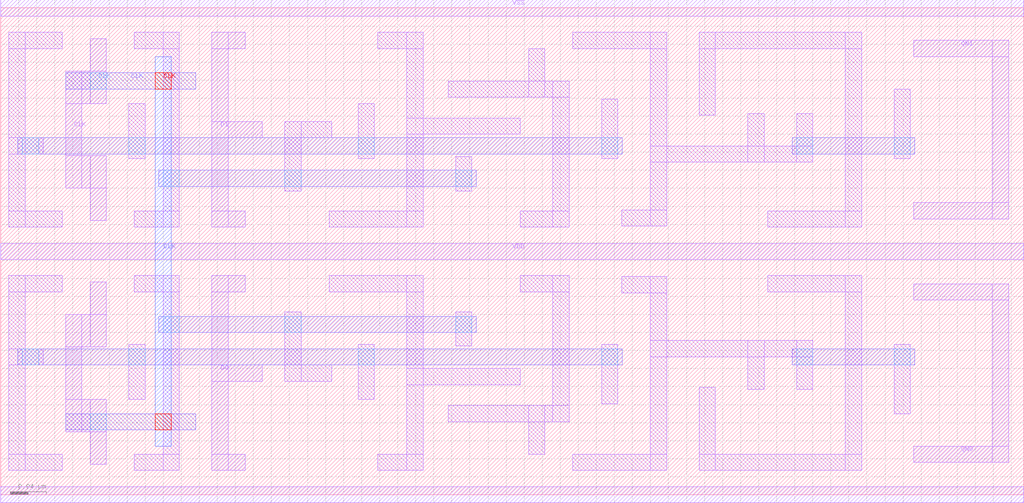
<source format=lef>
VERSION 5.8 ;
BUSBITCHARS "[]" ;
DIVIDERCHAR "/" ;
SITE asap7sc7p5t_R2
  CLASS CORE ;
  SIZE 0.054 BY 0.54 ;
  SYMMETRY Y ;
END asap7sc7p5t_R2

MACRO DFFHQNV2Xx2_ASAP7_75t_L
  CLASS CORE ;
  ORIGIN 0.0 0.0 ;
  FOREIGN DFFHQNV2Xx2_ASAP7_75t_L 0.0 0.0 ;
  SIZE 1.134 BY 0.54 ;
  SYMMETRY X Y ;
  SITE asap7sc7p5t_R2 ;
    PIN VDD
      USE POWER ;
      DIRECTION INOUT ;
      SHAPE ABUTMENT ;
      PORT
        LAYER M1 ;
          RECT 0.0 0.261 1.134 0.279 ;
      END
    END VDD
    PIN VSS
      USE GROUND ;
      DIRECTION INOUT ;
      SHAPE ABUTMENT ;
      PORT
        LAYER M1 ;
          RECT 0.0 -0.009 1.134 0.009 ;
          RECT 0.0 0.549 1.134 0.531 ;
      END
    END VSS
    PIN CLK
      USE CLOCK ;
      DIRECTION INPUT ;
      PORT
        LAYER M1 ;
          RECT 0.099 0.164 0.117 0.236 ;
          RECT 0.072 0.07 0.117 0.106 ;
          RECT 0.099 0.034 0.117 0.106 ;
          RECT 0.072 0.164 0.117 0.2 ;
          RECT 0.072 0.07 0.09 0.2 ;
          RECT 0.099 0.376 0.117 0.304 ;
          RECT 0.072 0.47 0.117 0.434 ;
          RECT 0.099 0.506 0.117 0.434 ;
          RECT 0.072 0.376 0.117 0.34 ;
          RECT 0.072 0.47 0.09 0.34 ;
        LAYER M2 ;
          RECT 0.072 0.072 0.216 0.09 ;
          RECT 0.072 0.45 0.216 0.468 ;
        LAYER V1 ;
          RECT 0.099 0.072 0.117 0.09 ;
          RECT 0.099 0.45 0.117 0.468 ;
        LAYER M3 ;
          RECT 0.171 0.054 0.189 0.486 ;
        LAYER V2 ;
          RECT 0.171 0.072 0.189 0.09 ;
          RECT 0.171 0.45 0.189 0.468 ;
      END
    END CLK
    PIN D0
      USE SIGNAL ;
      DIRECTION INPUT ;
      PORT
        LAYER M1 ;
          RECT 0.234 0.126 0.29 0.144 ;
          RECT 0.234 0.225 0.271 0.243 ;
          RECT 0.234 0.027 0.271 0.045 ;
          RECT 0.234 0.027 0.252 0.243 ;
      END
    END D0
    PIN QN0
      USE SIGNAL ;
      DIRECTION OUTPUT ;
      PORT
        LAYER M1 ;
          RECT 1.012 0.216 1.117 0.234 ;
          RECT 1.099 0.036 1.117 0.234 ;
          RECT 1.012 0.036 1.117 0.054 ;
      END
    END QN0
    PIN D1
      USE SIGNAL ;
      DIRECTION INPUT ;
      PORT
        LAYER M1 ;
          RECT 0.234 0.414 0.29 0.396 ;
          RECT 0.234 0.315 0.271 0.297 ;
          RECT 0.234 0.513 0.271 0.495 ;
          RECT 0.234 0.513 0.252 0.297 ;
      END
    END D1
    PIN QN1
      USE SIGNAL ;
      DIRECTION OUTPUT ;
      PORT
        LAYER M1 ;
          RECT 1.012 0.324 1.117 0.306 ;
          RECT 1.099 0.504 1.117 0.306 ;
          RECT 1.012 0.504 1.117 0.486 ;
      END
    END QN1
    OBS
      LAYER M1 ;
        RECT 0.85 0.225 0.954 0.243 ;
        RECT 0.936 0.027 0.954 0.243 ;
        RECT 0.774 0.027 0.792 0.119 ;
        RECT 0.774 0.027 0.954 0.045 ;
        RECT 0.688 0.224 0.738 0.242 ;
        RECT 0.72 0.027 0.738 0.242 ;
        RECT 0.72 0.153 0.9 0.171 ;
        RECT 0.882 0.117 0.9 0.171 ;
        RECT 0.828 0.117 0.846 0.171 ;
        RECT 0.634 0.027 0.738 0.045 ;
        RECT 0.576 0.225 0.63 0.243 ;
        RECT 0.612 0.081 0.63 0.243 ;
        RECT 0.496 0.081 0.63 0.099 ;
        RECT 0.585 0.045 0.603 0.099 ;
        RECT 0.364 0.225 0.468 0.243 ;
        RECT 0.45 0.027 0.468 0.243 ;
        RECT 0.45 0.122 0.576 0.14 ;
        RECT 0.418 0.027 0.468 0.045 ;
        RECT 0.315 0.126 0.333 0.203 ;
        RECT 0.315 0.126 0.367 0.144 ;
        RECT 0.148 0.225 0.198 0.243 ;
        RECT 0.18 0.027 0.198 0.243 ;
        RECT 0.148 0.027 0.198 0.045 ;
        RECT 0.009 0.225 0.068 0.243 ;
        RECT 0.009 0.027 0.027 0.243 ;
        RECT 0.009 0.144 0.047 0.162 ;
        RECT 0.009 0.027 0.068 0.045 ;
        RECT 0.99 0.09 1.008 0.167 ;
        RECT 0.666 0.101 0.684 0.167 ;
        RECT 0.504 0.165 0.522 0.203 ;
        RECT 0.396 0.106 0.414 0.167 ;
        RECT 0.142 0.106 0.16 0.167 ;
        RECT 0.85 0.315 0.954 0.297 ;
        RECT 0.936 0.513 0.954 0.297 ;
        RECT 0.774 0.513 0.792 0.421 ;
        RECT 0.774 0.513 0.954 0.495 ;
        RECT 0.688 0.316 0.738 0.298 ;
        RECT 0.72 0.513 0.738 0.298 ;
        RECT 0.72 0.387 0.9 0.369 ;
        RECT 0.882 0.423 0.9 0.369 ;
        RECT 0.828 0.423 0.846 0.369 ;
        RECT 0.634 0.513 0.738 0.495 ;
        RECT 0.576 0.315 0.63 0.297 ;
        RECT 0.612 0.459 0.63 0.297 ;
        RECT 0.496 0.459 0.63 0.441 ;
        RECT 0.585 0.495 0.603 0.441 ;
        RECT 0.364 0.315 0.468 0.297 ;
        RECT 0.45 0.513 0.468 0.297 ;
        RECT 0.45 0.418 0.576 0.4 ;
        RECT 0.418 0.513 0.468 0.495 ;
        RECT 0.315 0.414 0.333 0.337 ;
        RECT 0.315 0.414 0.367 0.396 ;
        RECT 0.148 0.315 0.198 0.297 ;
        RECT 0.18 0.513 0.198 0.297 ;
        RECT 0.148 0.513 0.198 0.495 ;
        RECT 0.009 0.315 0.068 0.297 ;
        RECT 0.009 0.513 0.027 0.297 ;
        RECT 0.009 0.396 0.047 0.378 ;
        RECT 0.009 0.513 0.068 0.495 ;
        RECT 0.99 0.45 1.008 0.373 ;
        RECT 0.666 0.439 0.684 0.373 ;
        RECT 0.504 0.375 0.522 0.337 ;
        RECT 0.396 0.434 0.414 0.373 ;
        RECT 0.142 0.434 0.16 0.373 ;
      LAYER M2 ;
        RECT 0.877 0.144 1.013 0.162 ;
        RECT 0.019 0.144 0.689 0.162 ;
        RECT 0.175 0.18 0.527 0.198 ;
        RECT 0.877 0.396 1.013 0.378 ;
        RECT 0.019 0.396 0.689 0.378 ;
        RECT 0.175 0.36 0.527 0.342 ;
      LAYER V1 ;
        RECT 0.99 0.144 1.008 0.162 ;
        RECT 0.882 0.144 0.9 0.162 ;
        RECT 0.666 0.144 0.684 0.162 ;
        RECT 0.504 0.18 0.522 0.198 ;
        RECT 0.396 0.144 0.414 0.162 ;
        RECT 0.315 0.18 0.333 0.198 ;
        RECT 0.18 0.18 0.198 0.198 ;
        RECT 0.142 0.144 0.16 0.162 ;
        RECT 0.024 0.144 0.042 0.162 ;
        RECT 0.99 0.396 1.008 0.378 ;
        RECT 0.882 0.396 0.9 0.378 ;
        RECT 0.666 0.396 0.684 0.378 ;
        RECT 0.504 0.36 0.522 0.342 ;
        RECT 0.396 0.396 0.414 0.378 ;
        RECT 0.315 0.36 0.333 0.342 ;
        RECT 0.18 0.36 0.198 0.342 ;
        RECT 0.142 0.396 0.16 0.378 ;
        RECT 0.024 0.396 0.042 0.378 ;
    END
END DFFHQNV2Xx2_ASAP7_75t_L

END LIBRARY

</source>
